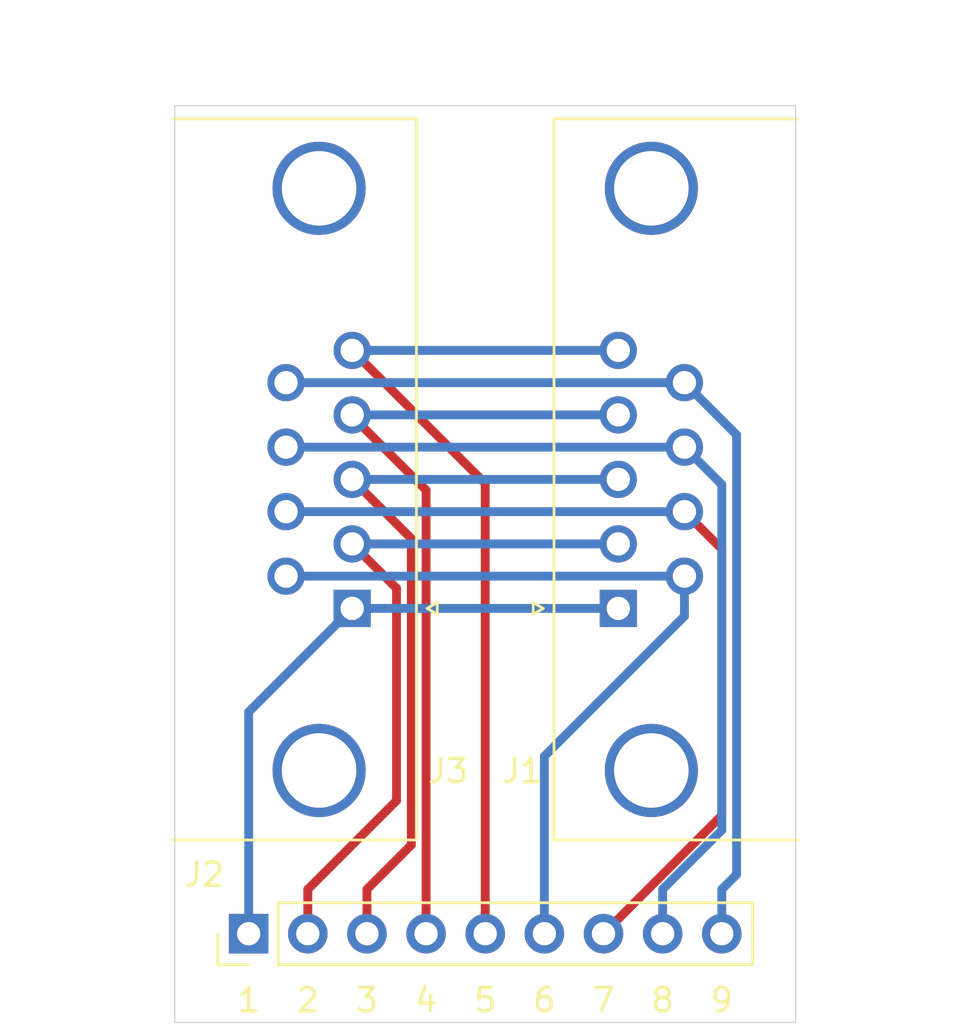
<source format=kicad_pcb>
(kicad_pcb (version 20171130) (host pcbnew "(5.1.5)-3")

  (general
    (thickness 1.6)
    (drawings 15)
    (tracks 38)
    (zones 0)
    (modules 3)
    (nets 10)
  )

  (page A4)
  (layers
    (0 F.Cu signal)
    (31 B.Cu signal)
    (32 B.Adhes user)
    (33 F.Adhes user)
    (34 B.Paste user)
    (35 F.Paste user)
    (36 B.SilkS user)
    (37 F.SilkS user)
    (38 B.Mask user)
    (39 F.Mask user)
    (40 Dwgs.User user)
    (41 Cmts.User user)
    (42 Eco1.User user)
    (43 Eco2.User user)
    (44 Edge.Cuts user)
    (45 Margin user)
    (46 B.CrtYd user)
    (47 F.CrtYd user)
    (48 B.Fab user hide)
    (49 F.Fab user hide)
  )

  (setup
    (last_trace_width 0.381)
    (trace_clearance 0.2032)
    (zone_clearance 0.508)
    (zone_45_only no)
    (trace_min 0.2)
    (via_size 0.762)
    (via_drill 0.381)
    (via_min_size 0.4)
    (via_min_drill 0.3)
    (uvia_size 0.3)
    (uvia_drill 0.1)
    (uvias_allowed no)
    (uvia_min_size 0.2)
    (uvia_min_drill 0.1)
    (edge_width 0.05)
    (segment_width 0.2)
    (pcb_text_width 0.3)
    (pcb_text_size 1.5 1.5)
    (mod_edge_width 0.12)
    (mod_text_size 1 1)
    (mod_text_width 0.15)
    (pad_size 1.524 1.524)
    (pad_drill 0.762)
    (pad_to_mask_clearance 0.051)
    (solder_mask_min_width 0.25)
    (aux_axis_origin 0 0)
    (visible_elements 7FFFFFFF)
    (pcbplotparams
      (layerselection 0x010fc_ffffffff)
      (usegerberextensions false)
      (usegerberattributes false)
      (usegerberadvancedattributes false)
      (creategerberjobfile false)
      (excludeedgelayer true)
      (linewidth 0.100000)
      (plotframeref false)
      (viasonmask false)
      (mode 1)
      (useauxorigin false)
      (hpglpennumber 1)
      (hpglpenspeed 20)
      (hpglpendiameter 15.000000)
      (psnegative false)
      (psa4output false)
      (plotreference true)
      (plotvalue true)
      (plotinvisibletext false)
      (padsonsilk false)
      (subtractmaskfromsilk false)
      (outputformat 1)
      (mirror false)
      (drillshape 0)
      (scaleselection 1)
      (outputdirectory ""))
  )

  (net 0 "")
  (net 1 /P9)
  (net 2 /P8)
  (net 3 /P7)
  (net 4 /P6)
  (net 5 /P5)
  (net 6 /P4)
  (net 7 /P3)
  (net 8 /P2)
  (net 9 /P1)

  (net_class Default "This is the default net class."
    (clearance 0.2032)
    (trace_width 0.381)
    (via_dia 0.762)
    (via_drill 0.381)
    (uvia_dia 0.3)
    (uvia_drill 0.1)
    (add_net /P1)
    (add_net /P2)
    (add_net /P3)
    (add_net /P4)
    (add_net /P5)
    (add_net /P6)
    (add_net /P7)
    (add_net /P8)
    (add_net /P9)
  )

  (module 0MiscParts:DSUB-9_Male_Horizontal_P2.77x2.84mm_EdgePinOffset4.94mm_Housed_MountingHolesOffset7.48mm (layer F.Cu) (tedit 5FF4EA0A) (tstamp 5FF43D72)
    (at 175.26 81.915 90)
    (descr "9-pin D-Sub connector, horizontal/angled (90 deg), THT-mount, male, pitch 2.77x2.84mm, pin-PCB-offset 4.9399999999999995mm, distance of mounting holes 25mm, distance of mounting holes to PCB edge 7.4799999999999995mm, see https://disti-assets.s3.amazonaws.com/tonar/files/datasheets/16730.pdf")
    (tags "9-pin D-Sub connector horizontal angled 90deg THT male pitch 2.77x2.84mm pin-PCB-offset 4.9399999999999995mm mounting-holes-distance 25mm mounting-hole-offset 25mm")
    (path /5FF4ABF9)
    (fp_text reference J1 (at -6.985 -4.1275 180) (layer F.SilkS)
      (effects (font (size 1 1) (thickness 0.15)))
    )
    (fp_text value DB9_Male (at 5.54 15.68 90) (layer F.Fab)
      (effects (font (size 1 1) (thickness 0.15)))
    )
    (fp_text user %R (at 5.54 11.18 90) (layer F.Fab)
      (effects (font (size 1 1) (thickness 0.15)))
    )
    (fp_line (start 21.5 -3.25) (end -10.4 -3.25) (layer F.CrtYd) (width 0.05))
    (fp_line (start 21.5 14.7) (end 21.5 -3.25) (layer F.CrtYd) (width 0.05))
    (fp_line (start -10.4 14.7) (end 21.5 14.7) (layer F.CrtYd) (width 0.05))
    (fp_line (start -10.4 -3.25) (end -10.4 14.7) (layer F.CrtYd) (width 0.05))
    (fp_line (start 0 -3.221325) (end -0.25 -3.654338) (layer F.SilkS) (width 0.12))
    (fp_line (start 0.25 -3.654338) (end 0 -3.221325) (layer F.SilkS) (width 0.12))
    (fp_line (start -0.25 -3.654338) (end 0.25 -3.654338) (layer F.SilkS) (width 0.12))
    (fp_line (start 21.025 -2.76) (end 21.025 7.72) (layer F.SilkS) (width 0.12))
    (fp_line (start -9.945 -2.76) (end 21.025 -2.76) (layer F.SilkS) (width 0.12))
    (fp_line (start -9.945 7.72) (end -9.945 -2.76) (layer F.SilkS) (width 0.12))
    (fp_line (start 19.64 7.78) (end 19.64 0.3) (layer F.Fab) (width 0.1))
    (fp_line (start 16.44 7.78) (end 16.44 0.3) (layer F.Fab) (width 0.1))
    (fp_line (start -5.36 7.78) (end -5.36 0.3) (layer F.Fab) (width 0.1))
    (fp_line (start -8.56 7.78) (end -8.56 0.3) (layer F.Fab) (width 0.1))
    (fp_line (start 20.54 8.18) (end 15.54 8.18) (layer F.Fab) (width 0.1))
    (fp_line (start 20.54 13.18) (end 20.54 8.18) (layer F.Fab) (width 0.1))
    (fp_line (start 15.54 13.18) (end 20.54 13.18) (layer F.Fab) (width 0.1))
    (fp_line (start 15.54 8.18) (end 15.54 13.18) (layer F.Fab) (width 0.1))
    (fp_line (start -4.46 8.18) (end -9.46 8.18) (layer F.Fab) (width 0.1))
    (fp_line (start -4.46 13.18) (end -4.46 8.18) (layer F.Fab) (width 0.1))
    (fp_line (start -9.46 13.18) (end -4.46 13.18) (layer F.Fab) (width 0.1))
    (fp_line (start -9.46 8.18) (end -9.46 13.18) (layer F.Fab) (width 0.1))
    (fp_line (start 13.69 8.18) (end -2.61 8.18) (layer F.Fab) (width 0.1))
    (fp_line (start 13.69 14.18) (end 13.69 8.18) (layer F.Fab) (width 0.1))
    (fp_line (start -2.61 14.18) (end 13.69 14.18) (layer F.Fab) (width 0.1))
    (fp_line (start -2.61 8.18) (end -2.61 14.18) (layer F.Fab) (width 0.1))
    (fp_line (start 20.965 7.78) (end -9.885 7.78) (layer F.Fab) (width 0.1))
    (fp_line (start 20.965 8.18) (end 20.965 7.78) (layer F.Fab) (width 0.1))
    (fp_line (start -9.885 8.18) (end 20.965 8.18) (layer F.Fab) (width 0.1))
    (fp_line (start -9.885 7.78) (end -9.885 8.18) (layer F.Fab) (width 0.1))
    (fp_line (start 20.965 -2.7) (end -9.885 -2.7) (layer F.Fab) (width 0.1))
    (fp_line (start 20.965 7.78) (end 20.965 -2.7) (layer F.Fab) (width 0.1))
    (fp_line (start -9.885 7.78) (end 20.965 7.78) (layer F.Fab) (width 0.1))
    (fp_line (start -9.885 -2.7) (end -9.885 7.78) (layer F.Fab) (width 0.1))
    (fp_arc (start 18.04 0.3) (end 16.44 0.3) (angle 180) (layer F.Fab) (width 0.1))
    (fp_arc (start -6.96 0.3) (end -8.56 0.3) (angle 180) (layer F.Fab) (width 0.1))
    (pad 0 thru_hole circle (at 18.04 1.42 90) (size 4 4) (drill 3.2) (layers *.Cu *.Mask))
    (pad 0 thru_hole circle (at -6.96 1.42 90) (size 4 4) (drill 3.2) (layers *.Cu *.Mask))
    (pad 9 thru_hole circle (at 9.695 2.84 90) (size 1.6 1.6) (drill 1) (layers *.Cu *.Mask)
      (net 1 /P9))
    (pad 8 thru_hole circle (at 6.925 2.84 90) (size 1.6 1.6) (drill 1) (layers *.Cu *.Mask)
      (net 2 /P8))
    (pad 7 thru_hole circle (at 4.155 2.84 90) (size 1.6 1.6) (drill 1) (layers *.Cu *.Mask)
      (net 3 /P7))
    (pad 6 thru_hole circle (at 1.385 2.84 90) (size 1.6 1.6) (drill 1) (layers *.Cu *.Mask)
      (net 4 /P6))
    (pad 5 thru_hole circle (at 11.08 0 90) (size 1.6 1.6) (drill 1) (layers *.Cu *.Mask)
      (net 5 /P5))
    (pad 4 thru_hole circle (at 8.31 0 90) (size 1.6 1.6) (drill 1) (layers *.Cu *.Mask)
      (net 6 /P4))
    (pad 3 thru_hole circle (at 5.54 0 90) (size 1.6 1.6) (drill 1) (layers *.Cu *.Mask)
      (net 7 /P3))
    (pad 2 thru_hole circle (at 2.77 0 90) (size 1.6 1.6) (drill 1) (layers *.Cu *.Mask)
      (net 8 /P2))
    (pad 1 thru_hole rect (at 0 0 90) (size 1.6 1.6) (drill 1) (layers *.Cu *.Mask)
      (net 9 /P1))
    (model ${KISYS3DMOD}/Connector_Dsub.3dshapes/DSUB-9_Male_Horizontal_P2.77x2.84mm_EdgePinOffset4.94mm_Housed_MountingHolesOffset7.48mm.wrl
      (at (xyz 0 0 0))
      (scale (xyz 1 1 1))
      (rotate (xyz 0 0 0))
    )
  )

  (module 0MiscParts:DSUB-9_Female_Horizontal_P2.77x2.84mm_EdgePinOffset4.94mm_Housed_MountingHolesOffset7.48mm (layer F.Cu) (tedit 5E5A5D2A) (tstamp 5FF43DC3)
    (at 163.83 81.915 270)
    (descr "9-pin D-Sub connector, horizontal/angled (90 deg), THT-mount, female, pitch 2.77x2.84mm, pin-PCB-offset 4.9399999999999995mm, distance of mounting holes 25mm, distance of mounting holes to PCB edge 7.4799999999999995mm, see https://disti-assets.s3.amazonaws.com/tonar/files/datasheets/16730.pdf")
    (tags "9-pin D-Sub connector horizontal angled 90deg THT female pitch 2.77x2.84mm pin-PCB-offset 4.9399999999999995mm mounting-holes-distance 25mm mounting-hole-offset 25mm")
    (path /5FF4A144)
    (fp_text reference J3 (at 6.985 -4.1275 180) (layer F.SilkS)
      (effects (font (size 1 1) (thickness 0.15)))
    )
    (fp_text value DB9_Female (at -5.54 15.85 90) (layer F.Fab)
      (effects (font (size 1 1) (thickness 0.15)))
    )
    (fp_text user %R (at -5.54 11.265 90) (layer F.Fab)
      (effects (font (size 1 1) (thickness 0.15)))
    )
    (fp_line (start 10.4 -3.25) (end -21.5 -3.25) (layer F.CrtYd) (width 0.05))
    (fp_line (start 10.4 14.85) (end 10.4 -3.25) (layer F.CrtYd) (width 0.05))
    (fp_line (start -21.5 14.85) (end 10.4 14.85) (layer F.CrtYd) (width 0.05))
    (fp_line (start -21.5 -3.25) (end -21.5 14.85) (layer F.CrtYd) (width 0.05))
    (fp_line (start 0 -3.221325) (end -0.25 -3.654338) (layer F.SilkS) (width 0.12))
    (fp_line (start 0.25 -3.654338) (end 0 -3.221325) (layer F.SilkS) (width 0.12))
    (fp_line (start -0.25 -3.654338) (end 0.25 -3.654338) (layer F.SilkS) (width 0.12))
    (fp_line (start 9.945 -2.76) (end 9.945 7.72) (layer F.SilkS) (width 0.12))
    (fp_line (start -21.025 -2.76) (end 9.945 -2.76) (layer F.SilkS) (width 0.12))
    (fp_line (start -21.025 7.72) (end -21.025 -2.76) (layer F.SilkS) (width 0.12))
    (fp_line (start 8.56 7.78) (end 8.56 0.3) (layer F.Fab) (width 0.1))
    (fp_line (start 5.36 7.78) (end 5.36 0.3) (layer F.Fab) (width 0.1))
    (fp_line (start -16.44 7.78) (end -16.44 0.3) (layer F.Fab) (width 0.1))
    (fp_line (start -19.64 7.78) (end -19.64 0.3) (layer F.Fab) (width 0.1))
    (fp_line (start 9.46 8.18) (end 4.46 8.18) (layer F.Fab) (width 0.1))
    (fp_line (start 9.46 13.18) (end 9.46 8.18) (layer F.Fab) (width 0.1))
    (fp_line (start 4.46 13.18) (end 9.46 13.18) (layer F.Fab) (width 0.1))
    (fp_line (start 4.46 8.18) (end 4.46 13.18) (layer F.Fab) (width 0.1))
    (fp_line (start -15.54 8.18) (end -20.54 8.18) (layer F.Fab) (width 0.1))
    (fp_line (start -15.54 13.18) (end -15.54 8.18) (layer F.Fab) (width 0.1))
    (fp_line (start -20.54 13.18) (end -15.54 13.18) (layer F.Fab) (width 0.1))
    (fp_line (start -20.54 8.18) (end -20.54 13.18) (layer F.Fab) (width 0.1))
    (fp_line (start 2.61 8.18) (end -13.69 8.18) (layer F.Fab) (width 0.1))
    (fp_line (start 2.61 14.35) (end 2.61 8.18) (layer F.Fab) (width 0.1))
    (fp_line (start -13.69 14.35) (end 2.61 14.35) (layer F.Fab) (width 0.1))
    (fp_line (start -13.69 8.18) (end -13.69 14.35) (layer F.Fab) (width 0.1))
    (fp_line (start 9.885 7.78) (end -20.965 7.78) (layer F.Fab) (width 0.1))
    (fp_line (start 9.885 8.18) (end 9.885 7.78) (layer F.Fab) (width 0.1))
    (fp_line (start -20.965 8.18) (end 9.885 8.18) (layer F.Fab) (width 0.1))
    (fp_line (start -20.965 7.78) (end -20.965 8.18) (layer F.Fab) (width 0.1))
    (fp_line (start 9.885 -2.7) (end -20.965 -2.7) (layer F.Fab) (width 0.1))
    (fp_line (start 9.885 7.78) (end 9.885 -2.7) (layer F.Fab) (width 0.1))
    (fp_line (start -20.965 7.78) (end 9.885 7.78) (layer F.Fab) (width 0.1))
    (fp_line (start -20.965 -2.7) (end -20.965 7.78) (layer F.Fab) (width 0.1))
    (fp_arc (start 6.96 0.3) (end 5.36 0.3) (angle 180) (layer F.Fab) (width 0.1))
    (fp_arc (start -18.04 0.3) (end -19.64 0.3) (angle 180) (layer F.Fab) (width 0.1))
    (pad 0 thru_hole circle (at 6.96 1.42 270) (size 4 4) (drill 3.2) (layers *.Cu *.Mask))
    (pad 0 thru_hole circle (at -18.04 1.42 270) (size 4 4) (drill 3.2) (layers *.Cu *.Mask))
    (pad 9 thru_hole circle (at -9.695 2.84 270) (size 1.6 1.6) (drill 1) (layers *.Cu *.Mask)
      (net 1 /P9))
    (pad 8 thru_hole circle (at -6.925 2.84 270) (size 1.6 1.6) (drill 1) (layers *.Cu *.Mask)
      (net 2 /P8))
    (pad 7 thru_hole circle (at -4.155 2.84 270) (size 1.6 1.6) (drill 1) (layers *.Cu *.Mask)
      (net 3 /P7))
    (pad 6 thru_hole circle (at -1.385 2.84 270) (size 1.6 1.6) (drill 1) (layers *.Cu *.Mask)
      (net 4 /P6))
    (pad 5 thru_hole circle (at -11.08 0 270) (size 1.6 1.6) (drill 1) (layers *.Cu *.Mask)
      (net 5 /P5))
    (pad 4 thru_hole circle (at -8.31 0 270) (size 1.6 1.6) (drill 1) (layers *.Cu *.Mask)
      (net 6 /P4))
    (pad 3 thru_hole circle (at -5.54 0 270) (size 1.6 1.6) (drill 1) (layers *.Cu *.Mask)
      (net 7 /P3))
    (pad 2 thru_hole circle (at -2.77 0 270) (size 1.6 1.6) (drill 1) (layers *.Cu *.Mask)
      (net 8 /P2))
    (pad 1 thru_hole rect (at 0 0 270) (size 1.6 1.6) (drill 1) (layers *.Cu *.Mask)
      (net 9 /P1))
    (model ${KISYS3DMOD}/Connector_Dsub.3dshapes/DSUB-9_Female_Horizontal_P2.77x2.84mm_EdgePinOffset4.94mm_Housed_MountingHolesOffset7.48mm.wrl
      (at (xyz 0 0 0))
      (scale (xyz 1 1 1))
      (rotate (xyz 0 0 0))
    )
  )

  (module Connector_PinHeader_2.54mm:PinHeader_1x09_P2.54mm_Vertical (layer F.Cu) (tedit 59FED5CC) (tstamp 5FF43D8F)
    (at 159.385 95.885 90)
    (descr "Through hole straight pin header, 1x09, 2.54mm pitch, single row")
    (tags "Through hole pin header THT 1x09 2.54mm single row")
    (path /5FF4BB6B)
    (fp_text reference J2 (at 2.54 -1.905 180) (layer F.SilkS)
      (effects (font (size 1 1) (thickness 0.15)))
    )
    (fp_text value Conn_01x09_Male (at 0 22.65 90) (layer F.Fab)
      (effects (font (size 1 1) (thickness 0.15)))
    )
    (fp_text user %R (at 0 10.16) (layer F.Fab)
      (effects (font (size 1 1) (thickness 0.15)))
    )
    (fp_line (start 1.8 -1.8) (end -1.8 -1.8) (layer F.CrtYd) (width 0.05))
    (fp_line (start 1.8 22.1) (end 1.8 -1.8) (layer F.CrtYd) (width 0.05))
    (fp_line (start -1.8 22.1) (end 1.8 22.1) (layer F.CrtYd) (width 0.05))
    (fp_line (start -1.8 -1.8) (end -1.8 22.1) (layer F.CrtYd) (width 0.05))
    (fp_line (start -1.33 -1.33) (end 0 -1.33) (layer F.SilkS) (width 0.12))
    (fp_line (start -1.33 0) (end -1.33 -1.33) (layer F.SilkS) (width 0.12))
    (fp_line (start -1.33 1.27) (end 1.33 1.27) (layer F.SilkS) (width 0.12))
    (fp_line (start 1.33 1.27) (end 1.33 21.65) (layer F.SilkS) (width 0.12))
    (fp_line (start -1.33 1.27) (end -1.33 21.65) (layer F.SilkS) (width 0.12))
    (fp_line (start -1.33 21.65) (end 1.33 21.65) (layer F.SilkS) (width 0.12))
    (fp_line (start -1.27 -0.635) (end -0.635 -1.27) (layer F.Fab) (width 0.1))
    (fp_line (start -1.27 21.59) (end -1.27 -0.635) (layer F.Fab) (width 0.1))
    (fp_line (start 1.27 21.59) (end -1.27 21.59) (layer F.Fab) (width 0.1))
    (fp_line (start 1.27 -1.27) (end 1.27 21.59) (layer F.Fab) (width 0.1))
    (fp_line (start -0.635 -1.27) (end 1.27 -1.27) (layer F.Fab) (width 0.1))
    (pad 9 thru_hole oval (at 0 20.32 90) (size 1.7 1.7) (drill 1) (layers *.Cu *.Mask)
      (net 1 /P9))
    (pad 8 thru_hole oval (at 0 17.78 90) (size 1.7 1.7) (drill 1) (layers *.Cu *.Mask)
      (net 2 /P8))
    (pad 7 thru_hole oval (at 0 15.24 90) (size 1.7 1.7) (drill 1) (layers *.Cu *.Mask)
      (net 3 /P7))
    (pad 6 thru_hole oval (at 0 12.7 90) (size 1.7 1.7) (drill 1) (layers *.Cu *.Mask)
      (net 4 /P6))
    (pad 5 thru_hole oval (at 0 10.16 90) (size 1.7 1.7) (drill 1) (layers *.Cu *.Mask)
      (net 5 /P5))
    (pad 4 thru_hole oval (at 0 7.62 90) (size 1.7 1.7) (drill 1) (layers *.Cu *.Mask)
      (net 6 /P4))
    (pad 3 thru_hole oval (at 0 5.08 90) (size 1.7 1.7) (drill 1) (layers *.Cu *.Mask)
      (net 7 /P3))
    (pad 2 thru_hole oval (at 0 2.54 90) (size 1.7 1.7) (drill 1) (layers *.Cu *.Mask)
      (net 8 /P2))
    (pad 1 thru_hole rect (at 0 0 90) (size 1.7 1.7) (drill 1) (layers *.Cu *.Mask)
      (net 9 /P1))
    (model ${KISYS3DMOD}/Connector_PinHeader_2.54mm.3dshapes/PinHeader_1x09_P2.54mm_Vertical.wrl
      (at (xyz 0 0 0))
      (scale (xyz 1 1 1))
      (rotate (xyz 0 0 0))
    )
  )

  (gr_text 9 (at 179.705 98.7425) (layer F.SilkS)
    (effects (font (size 1 1) (thickness 0.15)))
  )
  (gr_text 8 (at 177.165 98.7425) (layer F.SilkS)
    (effects (font (size 1 1) (thickness 0.15)))
  )
  (gr_text 7 (at 174.625 98.7425) (layer F.SilkS)
    (effects (font (size 1 1) (thickness 0.15)))
  )
  (gr_text 6 (at 172.085 98.7425) (layer F.SilkS)
    (effects (font (size 1 1) (thickness 0.15)))
  )
  (gr_text 5 (at 169.545 98.7425) (layer F.SilkS)
    (effects (font (size 1 1) (thickness 0.15)))
  )
  (gr_text 4 (at 167.005 98.7425) (layer F.SilkS)
    (effects (font (size 1 1) (thickness 0.15)))
  )
  (gr_text 3 (at 164.465 98.7425) (layer F.SilkS)
    (effects (font (size 1 1) (thickness 0.15)))
  )
  (gr_text 2 (at 161.925 98.7425) (layer F.SilkS)
    (effects (font (size 1 1) (thickness 0.15)))
  )
  (gr_text 1 (at 159.385 98.7425) (layer F.SilkS)
    (effects (font (size 1 1) (thickness 0.15)))
  )
  (dimension 39.37 (width 0.15) (layer Dwgs.User) (tstamp 5FF54B28)
    (gr_text "1.5500 in" (at 152.37 80.01 90) (layer Dwgs.User) (tstamp 5FF54B28)
      (effects (font (size 1 1) (thickness 0.15)))
    )
    (feature1 (pts (xy 156.21 60.325) (xy 153.083579 60.325)))
    (feature2 (pts (xy 156.21 99.695) (xy 153.083579 99.695)))
    (crossbar (pts (xy 153.67 99.695) (xy 153.67 60.325)))
    (arrow1a (pts (xy 153.67 60.325) (xy 154.256421 61.451504)))
    (arrow1b (pts (xy 153.67 60.325) (xy 153.083579 61.451504)))
    (arrow2a (pts (xy 153.67 99.695) (xy 154.256421 98.568496)))
    (arrow2b (pts (xy 153.67 99.695) (xy 153.083579 98.568496)))
  )
  (dimension 26.67 (width 0.15) (layer Dwgs.User)
    (gr_text "1.0500 in" (at 169.545 56.485001) (layer Dwgs.User)
      (effects (font (size 1 1) (thickness 0.15)))
    )
    (feature1 (pts (xy 156.21 60.325) (xy 156.21 57.19858)))
    (feature2 (pts (xy 182.88 60.325) (xy 182.88 57.19858)))
    (crossbar (pts (xy 182.88 57.785001) (xy 156.21 57.785001)))
    (arrow1a (pts (xy 156.21 57.785001) (xy 157.336504 57.19858)))
    (arrow1b (pts (xy 156.21 57.785001) (xy 157.336504 58.371422)))
    (arrow2a (pts (xy 182.88 57.785001) (xy 181.753496 57.19858)))
    (arrow2b (pts (xy 182.88 57.785001) (xy 181.753496 58.371422)))
  )
  (gr_line (start 182.88 99.695) (end 156.21 99.695) (layer Edge.Cuts) (width 0.05) (tstamp 5FF444D6))
  (gr_line (start 182.88 60.325) (end 182.88 99.695) (layer Edge.Cuts) (width 0.05))
  (gr_line (start 156.21 60.325) (end 182.88 60.325) (layer Edge.Cuts) (width 0.05))
  (gr_line (start 156.21 99.695) (end 156.21 60.325) (layer Edge.Cuts) (width 0.05))

  (segment (start 160.99 72.22) (end 178.1 72.22) (width 0.381) (layer B.Cu) (net 1))
  (segment (start 180.34 93.345) (end 180.34 74.46) (width 0.381) (layer B.Cu) (net 1))
  (segment (start 180.34 74.46) (end 178.1 72.22) (width 0.381) (layer B.Cu) (net 1))
  (segment (start 179.705 95.885) (end 179.705 93.98) (width 0.381) (layer B.Cu) (net 1))
  (segment (start 179.705 93.98) (end 180.34 93.345) (width 0.381) (layer B.Cu) (net 1))
  (segment (start 160.99 74.99) (end 178.1 74.99) (width 0.381) (layer B.Cu) (net 2))
  (segment (start 179.705 76.595) (end 178.1 74.99) (width 0.381) (layer B.Cu) (net 2))
  (segment (start 179.705 91.44) (end 179.705 76.595) (width 0.381) (layer B.Cu) (net 2))
  (segment (start 177.165 95.885) (end 177.165 93.98) (width 0.381) (layer B.Cu) (net 2))
  (segment (start 177.165 93.98) (end 179.705 91.44) (width 0.381) (layer B.Cu) (net 2))
  (segment (start 160.99 77.76) (end 178.1 77.76) (width 0.381) (layer B.Cu) (net 3))
  (segment (start 179.705 79.365) (end 178.1 77.76) (width 0.381) (layer F.Cu) (net 3))
  (segment (start 174.625 95.885) (end 179.705 90.805) (width 0.381) (layer F.Cu) (net 3))
  (segment (start 179.705 90.805) (end 179.705 79.365) (width 0.381) (layer F.Cu) (net 3))
  (segment (start 160.99 80.53) (end 178.1 80.53) (width 0.381) (layer B.Cu) (net 4))
  (segment (start 178.1 82.25) (end 178.1 80.53) (width 0.381) (layer B.Cu) (net 4))
  (segment (start 172.085 95.885) (end 172.085 88.265) (width 0.381) (layer B.Cu) (net 4))
  (segment (start 172.085 88.265) (end 178.1 82.25) (width 0.381) (layer B.Cu) (net 4))
  (segment (start 163.83 70.835) (end 175.26 70.835) (width 0.381) (layer B.Cu) (net 5))
  (segment (start 169.545 76.55) (end 163.83 70.835) (width 0.381) (layer F.Cu) (net 5))
  (segment (start 169.545 95.885) (end 169.545 76.55) (width 0.381) (layer F.Cu) (net 5))
  (segment (start 163.83 73.605) (end 175.26 73.605) (width 0.381) (layer B.Cu) (net 6))
  (segment (start 167.005 95.885) (end 167.005 76.835) (width 0.381) (layer F.Cu) (net 6))
  (segment (start 163.83 73.66) (end 163.83 73.605) (width 0.381) (layer F.Cu) (net 6))
  (segment (start 167.005 76.835) (end 163.83 73.66) (width 0.381) (layer F.Cu) (net 6))
  (segment (start 163.83 76.375) (end 175.26 76.375) (width 0.381) (layer B.Cu) (net 7))
  (segment (start 166.37 78.915) (end 163.83 76.375) (width 0.381) (layer F.Cu) (net 7))
  (segment (start 166.37 92.075) (end 166.37 78.915) (width 0.381) (layer F.Cu) (net 7))
  (segment (start 164.465 95.885) (end 164.465 93.98) (width 0.381) (layer F.Cu) (net 7))
  (segment (start 164.465 93.98) (end 166.37 92.075) (width 0.381) (layer F.Cu) (net 7))
  (segment (start 163.83 79.145) (end 175.26 79.145) (width 0.381) (layer B.Cu) (net 8))
  (segment (start 161.925 95.885) (end 161.925 93.98) (width 0.381) (layer F.Cu) (net 8))
  (segment (start 161.925 93.98) (end 165.735 90.17) (width 0.381) (layer F.Cu) (net 8))
  (segment (start 165.735 81.05) (end 163.83 79.145) (width 0.381) (layer F.Cu) (net 8))
  (segment (start 165.735 90.17) (end 165.735 81.05) (width 0.381) (layer F.Cu) (net 8))
  (segment (start 163.83 81.915) (end 175.26 81.915) (width 0.381) (layer B.Cu) (net 9))
  (segment (start 159.385 86.36) (end 163.83 81.915) (width 0.381) (layer B.Cu) (net 9))
  (segment (start 159.385 95.885) (end 159.385 86.36) (width 0.381) (layer B.Cu) (net 9))

)

</source>
